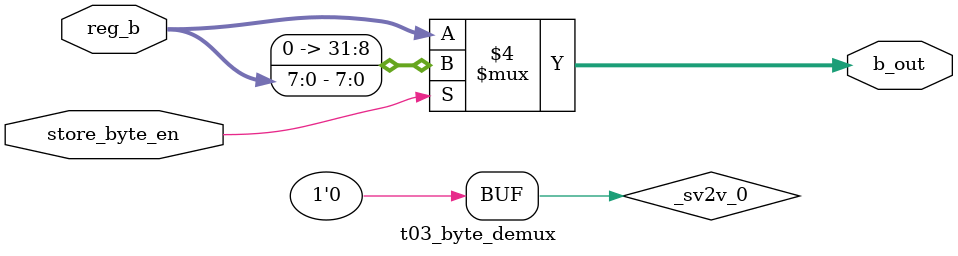
<source format=v>
module t03_byte_demux (
	reg_b,
	store_byte_en,
	b_out
);
	reg _sv2v_0;
	input wire [31:0] reg_b;
	input wire store_byte_en;
	output reg [31:0] b_out;
	always @(*) begin
		if (_sv2v_0)
			;
		if (store_byte_en)
			b_out = {24'd0, reg_b[7:0]};
		else
			b_out = reg_b;
	end
	initial _sv2v_0 = 0;
endmodule

</source>
